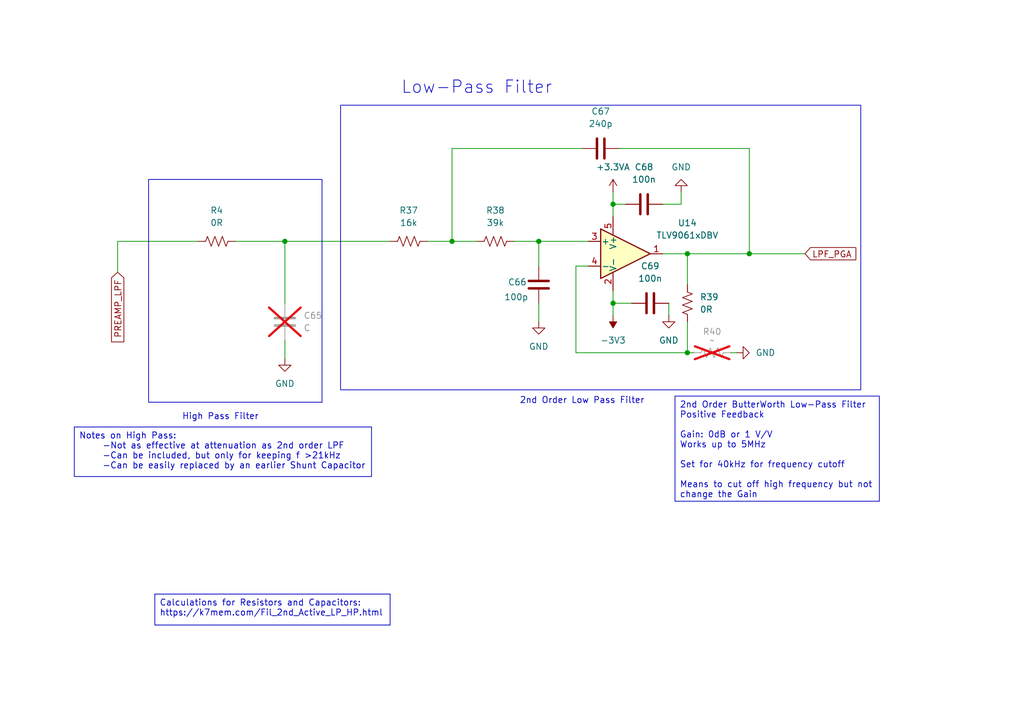
<source format=kicad_sch>
(kicad_sch
	(version 20231120)
	(generator "eeschema")
	(generator_version "8.0")
	(uuid "9332d32c-bcd8-431c-ab45-d9dfe3fb7359")
	(paper "A5")
	(title_block
		(title "Low-Pass Filter")
		(date "2025-01-17")
		(rev "1.3")
		(company "RM")
	)
	(lib_symbols
		(symbol "UAM_symbols:C"
			(pin_numbers hide)
			(pin_names
				(offset 0.254)
			)
			(exclude_from_sim no)
			(in_bom yes)
			(on_board yes)
			(property "Reference" "C"
				(at 0.635 2.54 0)
				(effects
					(font
						(size 1.27 1.27)
					)
					(justify left)
				)
			)
			(property "Value" "C"
				(at 0.635 -2.54 0)
				(effects
					(font
						(size 1.27 1.27)
					)
					(justify left)
				)
			)
			(property "Footprint" ""
				(at 0.9652 -3.81 0)
				(effects
					(font
						(size 1.27 1.27)
					)
					(hide yes)
				)
			)
			(property "Datasheet" "~"
				(at 0 0 0)
				(effects
					(font
						(size 1.27 1.27)
					)
					(hide yes)
				)
			)
			(property "Description" "Unpolarized capacitor"
				(at 0 0 0)
				(effects
					(font
						(size 1.27 1.27)
					)
					(hide yes)
				)
			)
			(property "ki_keywords" "cap capacitor"
				(at 0 0 0)
				(effects
					(font
						(size 1.27 1.27)
					)
					(hide yes)
				)
			)
			(property "ki_fp_filters" "C_*"
				(at 0 0 0)
				(effects
					(font
						(size 1.27 1.27)
					)
					(hide yes)
				)
			)
			(symbol "C_0_1"
				(polyline
					(pts
						(xy -2.032 -0.762) (xy 2.032 -0.762)
					)
					(stroke
						(width 0.508)
						(type default)
					)
					(fill
						(type none)
					)
				)
				(polyline
					(pts
						(xy -2.032 0.762) (xy 2.032 0.762)
					)
					(stroke
						(width 0.508)
						(type default)
					)
					(fill
						(type none)
					)
				)
			)
			(symbol "C_1_1"
				(pin passive line
					(at 0 3.81 270)
					(length 2.794)
					(name "~"
						(effects
							(font
								(size 1.27 1.27)
							)
						)
					)
					(number "1"
						(effects
							(font
								(size 1.27 1.27)
							)
						)
					)
				)
				(pin passive line
					(at 0 -3.81 90)
					(length 2.794)
					(name "~"
						(effects
							(font
								(size 1.27 1.27)
							)
						)
					)
					(number "2"
						(effects
							(font
								(size 1.27 1.27)
							)
						)
					)
				)
			)
		)
		(symbol "UAM_symbols:R_US"
			(pin_numbers hide)
			(pin_names
				(offset 0)
			)
			(exclude_from_sim no)
			(in_bom yes)
			(on_board yes)
			(property "Reference" "R"
				(at 2.54 0 90)
				(effects
					(font
						(size 1.27 1.27)
					)
				)
			)
			(property "Value" "R_US"
				(at -2.54 0 90)
				(effects
					(font
						(size 1.27 1.27)
					)
				)
			)
			(property "Footprint" ""
				(at 1.016 -0.254 90)
				(effects
					(font
						(size 1.27 1.27)
					)
					(hide yes)
				)
			)
			(property "Datasheet" "~"
				(at 0 0 0)
				(effects
					(font
						(size 1.27 1.27)
					)
					(hide yes)
				)
			)
			(property "Description" "Resistor, US symbol"
				(at 0 0 0)
				(effects
					(font
						(size 1.27 1.27)
					)
					(hide yes)
				)
			)
			(property "ki_keywords" "R res resistor"
				(at 0 0 0)
				(effects
					(font
						(size 1.27 1.27)
					)
					(hide yes)
				)
			)
			(property "ki_fp_filters" "R_*"
				(at 0 0 0)
				(effects
					(font
						(size 1.27 1.27)
					)
					(hide yes)
				)
			)
			(symbol "R_US_0_1"
				(polyline
					(pts
						(xy 0 -2.286) (xy 0 -2.54)
					)
					(stroke
						(width 0)
						(type default)
					)
					(fill
						(type none)
					)
				)
				(polyline
					(pts
						(xy 0 2.286) (xy 0 2.54)
					)
					(stroke
						(width 0)
						(type default)
					)
					(fill
						(type none)
					)
				)
				(polyline
					(pts
						(xy 0 -0.762) (xy 1.016 -1.143) (xy 0 -1.524) (xy -1.016 -1.905) (xy 0 -2.286)
					)
					(stroke
						(width 0)
						(type default)
					)
					(fill
						(type none)
					)
				)
				(polyline
					(pts
						(xy 0 0.762) (xy 1.016 0.381) (xy 0 0) (xy -1.016 -0.381) (xy 0 -0.762)
					)
					(stroke
						(width 0)
						(type default)
					)
					(fill
						(type none)
					)
				)
				(polyline
					(pts
						(xy 0 2.286) (xy 1.016 1.905) (xy 0 1.524) (xy -1.016 1.143) (xy 0 0.762)
					)
					(stroke
						(width 0)
						(type default)
					)
					(fill
						(type none)
					)
				)
			)
			(symbol "R_US_1_1"
				(pin passive line
					(at 0 3.81 270)
					(length 1.27)
					(name "~"
						(effects
							(font
								(size 1.27 1.27)
							)
						)
					)
					(number "1"
						(effects
							(font
								(size 1.27 1.27)
							)
						)
					)
				)
				(pin passive line
					(at 0 -3.81 90)
					(length 1.27)
					(name "~"
						(effects
							(font
								(size 1.27 1.27)
							)
						)
					)
					(number "2"
						(effects
							(font
								(size 1.27 1.27)
							)
						)
					)
				)
			)
		)
		(symbol "UAM_symbols:TLV9061xDBV"
			(pin_names
				(offset 0.127)
			)
			(exclude_from_sim no)
			(in_bom yes)
			(on_board yes)
			(property "Reference" "U"
				(at -1.27 6.35 0)
				(effects
					(font
						(size 1.27 1.27)
					)
					(justify left)
				)
			)
			(property "Value" "TLV9061xDBV"
				(at -1.27 3.81 0)
				(effects
					(font
						(size 1.27 1.27)
					)
					(justify left)
				)
			)
			(property "Footprint" "Package_TO_SOT_SMD:SOT-23-5"
				(at -15.24 -19.05 0)
				(effects
					(font
						(size 1.27 1.27)
					)
					(justify left)
					(hide yes)
				)
			)
			(property "Datasheet" "https://www.ti.com/lit/ds/symlink/tlv9061.pdf"
				(at 0 20.32 0)
				(effects
					(font
						(size 1.27 1.27)
					)
					(hide yes)
				)
			)
			(property "Description" "10-MHz, RRIO, CMOS Operational Amplifiers for Cost-Sensitive Systems, SOT-23-5"
				(at 0 0 0)
				(effects
					(font
						(size 1.27 1.27)
					)
					(hide yes)
				)
			)
			(property "ki_keywords" "single opamp rail to rail input output"
				(at 0 0 0)
				(effects
					(font
						(size 1.27 1.27)
					)
					(hide yes)
				)
			)
			(property "ki_fp_filters" "SOT?23*"
				(at 0 0 0)
				(effects
					(font
						(size 1.27 1.27)
					)
					(hide yes)
				)
			)
			(symbol "TLV9061xDBV_0_1"
				(polyline
					(pts
						(xy -5.08 5.08) (xy 5.08 0) (xy -5.08 -5.08) (xy -5.08 5.08)
					)
					(stroke
						(width 0.254)
						(type default)
					)
					(fill
						(type background)
					)
				)
				(pin power_in line
					(at -2.54 -7.62 90)
					(length 3.81)
					(name "V-"
						(effects
							(font
								(size 1.27 1.27)
							)
						)
					)
					(number "2"
						(effects
							(font
								(size 1.27 1.27)
							)
						)
					)
				)
				(pin power_in line
					(at -2.54 7.62 270)
					(length 3.81)
					(name "V+"
						(effects
							(font
								(size 1.27 1.27)
							)
						)
					)
					(number "5"
						(effects
							(font
								(size 1.27 1.27)
							)
						)
					)
				)
			)
			(symbol "TLV9061xDBV_1_1"
				(pin output line
					(at 7.62 0 180)
					(length 2.54)
					(name "~"
						(effects
							(font
								(size 1.27 1.27)
							)
						)
					)
					(number "1"
						(effects
							(font
								(size 1.27 1.27)
							)
						)
					)
				)
				(pin input line
					(at -7.62 2.54 0)
					(length 2.54)
					(name "+"
						(effects
							(font
								(size 1.27 1.27)
							)
						)
					)
					(number "3"
						(effects
							(font
								(size 1.27 1.27)
							)
						)
					)
				)
				(pin input line
					(at -7.62 -2.54 0)
					(length 2.54)
					(name "-"
						(effects
							(font
								(size 1.27 1.27)
							)
						)
					)
					(number "4"
						(effects
							(font
								(size 1.27 1.27)
							)
						)
					)
				)
			)
		)
		(symbol "power:+3.3VA"
			(power)
			(pin_numbers hide)
			(pin_names
				(offset 0) hide)
			(exclude_from_sim no)
			(in_bom yes)
			(on_board yes)
			(property "Reference" "#PWR"
				(at 0 -3.81 0)
				(effects
					(font
						(size 1.27 1.27)
					)
					(hide yes)
				)
			)
			(property "Value" "+3.3VA"
				(at 0 3.556 0)
				(effects
					(font
						(size 1.27 1.27)
					)
				)
			)
			(property "Footprint" ""
				(at 0 0 0)
				(effects
					(font
						(size 1.27 1.27)
					)
					(hide yes)
				)
			)
			(property "Datasheet" ""
				(at 0 0 0)
				(effects
					(font
						(size 1.27 1.27)
					)
					(hide yes)
				)
			)
			(property "Description" "Power symbol creates a global label with name \"+3.3VA\""
				(at 0 0 0)
				(effects
					(font
						(size 1.27 1.27)
					)
					(hide yes)
				)
			)
			(property "ki_keywords" "global power"
				(at 0 0 0)
				(effects
					(font
						(size 1.27 1.27)
					)
					(hide yes)
				)
			)
			(symbol "+3.3VA_0_1"
				(polyline
					(pts
						(xy -0.762 1.27) (xy 0 2.54)
					)
					(stroke
						(width 0)
						(type default)
					)
					(fill
						(type none)
					)
				)
				(polyline
					(pts
						(xy 0 0) (xy 0 2.54)
					)
					(stroke
						(width 0)
						(type default)
					)
					(fill
						(type none)
					)
				)
				(polyline
					(pts
						(xy 0 2.54) (xy 0.762 1.27)
					)
					(stroke
						(width 0)
						(type default)
					)
					(fill
						(type none)
					)
				)
			)
			(symbol "+3.3VA_1_1"
				(pin power_in line
					(at 0 0 90)
					(length 0)
					(name "~"
						(effects
							(font
								(size 1.27 1.27)
							)
						)
					)
					(number "1"
						(effects
							(font
								(size 1.27 1.27)
							)
						)
					)
				)
			)
		)
		(symbol "power:-3V3"
			(power)
			(pin_numbers hide)
			(pin_names
				(offset 0) hide)
			(exclude_from_sim no)
			(in_bom yes)
			(on_board yes)
			(property "Reference" "#PWR"
				(at 0 -3.81 0)
				(effects
					(font
						(size 1.27 1.27)
					)
					(hide yes)
				)
			)
			(property "Value" "-3V3"
				(at 0 3.556 0)
				(effects
					(font
						(size 1.27 1.27)
					)
				)
			)
			(property "Footprint" ""
				(at 0 0 0)
				(effects
					(font
						(size 1.27 1.27)
					)
					(hide yes)
				)
			)
			(property "Datasheet" ""
				(at 0 0 0)
				(effects
					(font
						(size 1.27 1.27)
					)
					(hide yes)
				)
			)
			(property "Description" "Power symbol creates a global label with name \"-3V3\""
				(at 0 0 0)
				(effects
					(font
						(size 1.27 1.27)
					)
					(hide yes)
				)
			)
			(property "ki_keywords" "global power"
				(at 0 0 0)
				(effects
					(font
						(size 1.27 1.27)
					)
					(hide yes)
				)
			)
			(symbol "-3V3_0_0"
				(pin power_in line
					(at 0 0 90)
					(length 0)
					(name "~"
						(effects
							(font
								(size 1.27 1.27)
							)
						)
					)
					(number "1"
						(effects
							(font
								(size 1.27 1.27)
							)
						)
					)
				)
			)
			(symbol "-3V3_0_1"
				(polyline
					(pts
						(xy 0 0) (xy 0 1.27) (xy 0.762 1.27) (xy 0 2.54) (xy -0.762 1.27) (xy 0 1.27)
					)
					(stroke
						(width 0)
						(type default)
					)
					(fill
						(type outline)
					)
				)
			)
		)
		(symbol "power:GND"
			(power)
			(pin_numbers hide)
			(pin_names
				(offset 0) hide)
			(exclude_from_sim no)
			(in_bom yes)
			(on_board yes)
			(property "Reference" "#PWR"
				(at 0 -6.35 0)
				(effects
					(font
						(size 1.27 1.27)
					)
					(hide yes)
				)
			)
			(property "Value" "GND"
				(at 0 -3.81 0)
				(effects
					(font
						(size 1.27 1.27)
					)
				)
			)
			(property "Footprint" ""
				(at 0 0 0)
				(effects
					(font
						(size 1.27 1.27)
					)
					(hide yes)
				)
			)
			(property "Datasheet" ""
				(at 0 0 0)
				(effects
					(font
						(size 1.27 1.27)
					)
					(hide yes)
				)
			)
			(property "Description" "Power symbol creates a global label with name \"GND\" , ground"
				(at 0 0 0)
				(effects
					(font
						(size 1.27 1.27)
					)
					(hide yes)
				)
			)
			(property "ki_keywords" "global power"
				(at 0 0 0)
				(effects
					(font
						(size 1.27 1.27)
					)
					(hide yes)
				)
			)
			(symbol "GND_0_1"
				(polyline
					(pts
						(xy 0 0) (xy 0 -1.27) (xy 1.27 -1.27) (xy 0 -2.54) (xy -1.27 -1.27) (xy 0 -1.27)
					)
					(stroke
						(width 0)
						(type default)
					)
					(fill
						(type none)
					)
				)
			)
			(symbol "GND_1_1"
				(pin power_in line
					(at 0 0 270)
					(length 0)
					(name "~"
						(effects
							(font
								(size 1.27 1.27)
							)
						)
					)
					(number "1"
						(effects
							(font
								(size 1.27 1.27)
							)
						)
					)
				)
			)
		)
	)
	(junction
		(at 153.67 52.07)
		(diameter 0)
		(color 0 0 0 0)
		(uuid "14673f19-ee43-41e7-a5d4-3fbbd1ee73bb")
	)
	(junction
		(at 125.73 41.91)
		(diameter 0)
		(color 0 0 0 0)
		(uuid "16abcc3f-74db-4358-ba90-ef61f2b7d227")
	)
	(junction
		(at 140.97 72.39)
		(diameter 0)
		(color 0 0 0 0)
		(uuid "2704114a-40f0-473c-9ace-ec5c9de0cc24")
	)
	(junction
		(at 92.71 49.53)
		(diameter 0)
		(color 0 0 0 0)
		(uuid "504138a9-153c-42a5-a613-94938aeaf580")
	)
	(junction
		(at 125.73 62.23)
		(diameter 0)
		(color 0 0 0 0)
		(uuid "54cb1ed2-6ffa-4b81-8695-4cc53e0b2907")
	)
	(junction
		(at 110.49 49.53)
		(diameter 0)
		(color 0 0 0 0)
		(uuid "b514add2-b6b8-4ac7-9466-b0a880506076")
	)
	(junction
		(at 58.42 49.53)
		(diameter 0)
		(color 0 0 0 0)
		(uuid "d3ab5488-5291-4ed6-99fa-f2f2a2698cb8")
	)
	(junction
		(at 140.97 52.07)
		(diameter 0)
		(color 0 0 0 0)
		(uuid "f3a2c048-ec0d-4c76-b031-ad745a4402a1")
	)
	(wire
		(pts
			(xy 153.67 30.48) (xy 153.67 52.07)
		)
		(stroke
			(width 0)
			(type default)
		)
		(uuid "0691f44e-4120-4c85-a0da-e788ddd9f749")
	)
	(wire
		(pts
			(xy 118.11 72.39) (xy 140.97 72.39)
		)
		(stroke
			(width 0)
			(type default)
		)
		(uuid "09d7cd5e-8979-44fb-8dc6-8c3fbbed12f5")
	)
	(wire
		(pts
			(xy 87.63 49.53) (xy 92.71 49.53)
		)
		(stroke
			(width 0)
			(type default)
		)
		(uuid "12e93bef-b5f6-4e60-9645-470b2958e0ab")
	)
	(wire
		(pts
			(xy 140.97 52.07) (xy 140.97 58.42)
		)
		(stroke
			(width 0)
			(type default)
		)
		(uuid "16d1a785-3d3a-4736-a9c1-e987551aa018")
	)
	(wire
		(pts
			(xy 139.7 41.91) (xy 139.7 39.37)
		)
		(stroke
			(width 0)
			(type default)
		)
		(uuid "1dd4faa4-f235-47fa-869c-fed9894b4891")
	)
	(wire
		(pts
			(xy 125.73 39.37) (xy 125.73 41.91)
		)
		(stroke
			(width 0)
			(type default)
		)
		(uuid "21d72a47-9cf5-462e-8e02-189d12ce5949")
	)
	(wire
		(pts
			(xy 110.49 49.53) (xy 120.65 49.53)
		)
		(stroke
			(width 0)
			(type default)
		)
		(uuid "2c7fba49-9b1e-4021-8c77-fa59b34eaad4")
	)
	(wire
		(pts
			(xy 120.65 54.61) (xy 118.11 54.61)
		)
		(stroke
			(width 0)
			(type default)
		)
		(uuid "34781ea0-691b-4b17-9f23-65535d401426")
	)
	(wire
		(pts
			(xy 48.26 49.53) (xy 58.42 49.53)
		)
		(stroke
			(width 0)
			(type default)
		)
		(uuid "35357053-0d47-459f-9b22-f2c0120833d1")
	)
	(wire
		(pts
			(xy 110.49 62.23) (xy 110.49 66.04)
		)
		(stroke
			(width 0)
			(type default)
		)
		(uuid "4fb937a2-ec4c-4238-b64e-fd6551f39f64")
	)
	(wire
		(pts
			(xy 58.42 49.53) (xy 58.42 62.23)
		)
		(stroke
			(width 0)
			(type default)
		)
		(uuid "52275198-56db-4dc7-a361-8e9b5c9147ef")
	)
	(wire
		(pts
			(xy 125.73 41.91) (xy 128.27 41.91)
		)
		(stroke
			(width 0)
			(type default)
		)
		(uuid "59fc573f-48cc-40b3-8ec6-8b27e3e03dd0")
	)
	(wire
		(pts
			(xy 24.13 49.53) (xy 40.64 49.53)
		)
		(stroke
			(width 0)
			(type default)
		)
		(uuid "5a02e3d9-8db7-4539-9920-72cc51fb267f")
	)
	(wire
		(pts
			(xy 119.38 30.48) (xy 92.71 30.48)
		)
		(stroke
			(width 0)
			(type default)
		)
		(uuid "68eb4ca6-7ea8-441e-906b-27fe638d77b7")
	)
	(wire
		(pts
			(xy 24.13 55.88) (xy 24.13 49.53)
		)
		(stroke
			(width 0)
			(type default)
		)
		(uuid "696718aa-770a-41bb-8984-1f9ce73f6f21")
	)
	(wire
		(pts
			(xy 140.97 52.07) (xy 153.67 52.07)
		)
		(stroke
			(width 0)
			(type default)
		)
		(uuid "6c6cb96b-3d18-4cd1-b5d1-5b265bdb4e36")
	)
	(wire
		(pts
			(xy 92.71 49.53) (xy 97.79 49.53)
		)
		(stroke
			(width 0)
			(type default)
		)
		(uuid "80e469e6-6a76-42b3-8f26-a19eba30eaa7")
	)
	(wire
		(pts
			(xy 125.73 62.23) (xy 125.73 59.69)
		)
		(stroke
			(width 0)
			(type default)
		)
		(uuid "8cff1b72-a159-497b-8d7f-114798ef6872")
	)
	(wire
		(pts
			(xy 140.97 66.04) (xy 140.97 72.39)
		)
		(stroke
			(width 0)
			(type default)
		)
		(uuid "91af60a4-d289-4c38-abeb-e90571f238d6")
	)
	(wire
		(pts
			(xy 153.67 52.07) (xy 165.1 52.07)
		)
		(stroke
			(width 0)
			(type default)
		)
		(uuid "92e6eabe-7f76-4c3b-b9dc-3168434a6bc8")
	)
	(wire
		(pts
			(xy 127 30.48) (xy 153.67 30.48)
		)
		(stroke
			(width 0)
			(type default)
		)
		(uuid "9372e063-7020-4b87-954e-35ad4a54dc14")
	)
	(wire
		(pts
			(xy 118.11 54.61) (xy 118.11 72.39)
		)
		(stroke
			(width 0)
			(type default)
		)
		(uuid "970ea054-91a1-4c16-9ea5-740fec48ba74")
	)
	(wire
		(pts
			(xy 135.89 41.91) (xy 139.7 41.91)
		)
		(stroke
			(width 0)
			(type default)
		)
		(uuid "a469917a-97ac-4122-9730-66c5b58e23d1")
	)
	(wire
		(pts
			(xy 58.42 69.85) (xy 58.42 73.66)
		)
		(stroke
			(width 0)
			(type default)
		)
		(uuid "a6866847-3401-4060-9919-ec576e6344e7")
	)
	(wire
		(pts
			(xy 151.13 72.39) (xy 149.86 72.39)
		)
		(stroke
			(width 0)
			(type default)
		)
		(uuid "bd50592a-e60f-48ed-a67f-e826e7b1481c")
	)
	(wire
		(pts
			(xy 58.42 49.53) (xy 80.01 49.53)
		)
		(stroke
			(width 0)
			(type default)
		)
		(uuid "c17ad7ec-7ff5-4408-97a4-f5883b0e3151")
	)
	(wire
		(pts
			(xy 137.16 62.23) (xy 137.16 64.77)
		)
		(stroke
			(width 0)
			(type default)
		)
		(uuid "c201c1b8-0948-4592-8066-53e468827816")
	)
	(wire
		(pts
			(xy 110.49 49.53) (xy 110.49 54.61)
		)
		(stroke
			(width 0)
			(type default)
		)
		(uuid "cc906953-ea6d-4ec4-9a4f-7ce5cec2feed")
	)
	(wire
		(pts
			(xy 142.24 72.39) (xy 140.97 72.39)
		)
		(stroke
			(width 0)
			(type default)
		)
		(uuid "d6892ae5-c343-427f-8da0-02f33505373f")
	)
	(wire
		(pts
			(xy 125.73 41.91) (xy 125.73 44.45)
		)
		(stroke
			(width 0)
			(type default)
		)
		(uuid "dad16524-bec4-41cc-8069-77d6d6418b57")
	)
	(wire
		(pts
			(xy 105.41 49.53) (xy 110.49 49.53)
		)
		(stroke
			(width 0)
			(type default)
		)
		(uuid "e12c277f-51b1-4224-aec0-42173d47eb46")
	)
	(wire
		(pts
			(xy 92.71 30.48) (xy 92.71 49.53)
		)
		(stroke
			(width 0)
			(type default)
		)
		(uuid "e301074f-bfb7-4d21-811d-8c2ae70ea7ca")
	)
	(wire
		(pts
			(xy 129.54 62.23) (xy 125.73 62.23)
		)
		(stroke
			(width 0)
			(type default)
		)
		(uuid "f9a95f5a-777e-434a-bc99-b045c06e66e0")
	)
	(wire
		(pts
			(xy 125.73 64.77) (xy 125.73 62.23)
		)
		(stroke
			(width 0)
			(type default)
		)
		(uuid "fbe4a7b6-8233-4dee-8734-8aa7cdec6f37")
	)
	(wire
		(pts
			(xy 135.89 52.07) (xy 140.97 52.07)
		)
		(stroke
			(width 0)
			(type default)
		)
		(uuid "fe33b517-2733-4b60-a6ff-938c5db040c7")
	)
	(rectangle
		(start 69.85 21.59)
		(end 176.53 80.01)
		(stroke
			(width 0)
			(type default)
		)
		(fill
			(type none)
		)
		(uuid ac8f87f6-feeb-4ffe-aa71-c93627ca4a48)
	)
	(rectangle
		(start 30.48 36.83)
		(end 66.04 82.55)
		(stroke
			(width 0)
			(type default)
		)
		(fill
			(type none)
		)
		(uuid fb291fc2-526e-45ed-819b-12f008fc9a26)
	)
	(text_box "Calculations for Resistors and Capacitors:\nhttps://k7mem.com/Fil_2nd_Active_LP_HP.html"
		(exclude_from_sim no)
		(at 31.75 121.92 0)
		(size 48.26 6.35)
		(stroke
			(width 0)
			(type default)
		)
		(fill
			(type none)
		)
		(effects
			(font
				(size 1.27 1.27)
			)
			(justify left top)
		)
		(uuid "014e2e89-f294-4974-a570-73c59ce710c4")
	)
	(text_box "Notes on High Pass:\n	-Not as effective at attenuation as 2nd order LPF\n	-Can be included, but only for keeping f >21kHz\n	-Can be easily replaced by an earlier Shunt Capacitor"
		(exclude_from_sim no)
		(at 15.24 87.63 0)
		(size 60.96 10.16)
		(stroke
			(width 0)
			(type default)
		)
		(fill
			(type none)
		)
		(effects
			(font
				(size 1.27 1.27)
				(thickness 0.1588)
			)
			(justify left top)
		)
		(uuid "219c3b7e-059e-46a6-b565-c9685d8ef3e0")
	)
	(text_box "2nd Order ButterWorth Low-Pass Filter\nPositive Feedback\n\nGain: 0dB or 1 V/V\nWorks up to 5MHz\n\nSet for 40kHz for frequency cutoff\n\nMeans to cut off high frequency but not change the Gain"
		(exclude_from_sim no)
		(at 138.43 81.28 0)
		(size 41.91 21.59)
		(stroke
			(width 0)
			(type default)
		)
		(fill
			(type none)
		)
		(effects
			(font
				(size 1.27 1.27)
			)
			(justify left top)
		)
		(uuid "5a53b374-74a7-4291-aed1-f9a7ee1f06f9")
	)
	(text "High Pass Filter"
		(exclude_from_sim no)
		(at 45.212 85.598 0)
		(effects
			(font
				(size 1.27 1.27)
			)
		)
		(uuid "466e5f3e-f68e-418f-9b87-56ca84319e1c")
	)
	(text "Low-Pass Filter"
		(exclude_from_sim no)
		(at 97.79 18.034 0)
		(effects
			(font
				(size 2.54 2.54)
			)
		)
		(uuid "a037bfea-ef18-43b1-a035-0195761e459f")
	)
	(text "2nd Order Low Pass Filter"
		(exclude_from_sim no)
		(at 119.38 82.296 0)
		(effects
			(font
				(size 1.27 1.27)
			)
		)
		(uuid "af3e3709-a3d3-4a22-98d5-9f831b62b534")
	)
	(global_label "LPF_PGA"
		(shape input)
		(at 165.1 52.07 0)
		(fields_autoplaced yes)
		(effects
			(font
				(size 1.27 1.27)
			)
			(justify left)
		)
		(uuid "7adcfc91-4176-4ba5-89e5-16a3eee188e0")
		(property "Intersheetrefs" "${INTERSHEET_REFS}"
			(at 176.0681 52.07 0)
			(effects
				(font
					(size 1.27 1.27)
				)
				(justify left)
				(hide yes)
			)
		)
	)
	(global_label "PREAMP_LPF"
		(shape input)
		(at 24.13 55.88 270)
		(fields_autoplaced yes)
		(effects
			(font
				(size 1.27 1.27)
			)
			(justify right)
		)
		(uuid "8b53db2c-216f-4a60-80c3-945dbf797baa")
		(property "Intersheetrefs" "${INTERSHEET_REFS}"
			(at 24.13 70.7185 90)
			(effects
				(font
					(size 1.27 1.27)
				)
				(justify right)
				(hide yes)
			)
		)
	)
	(symbol
		(lib_id "power:-3V3")
		(at 125.73 64.77 180)
		(unit 1)
		(exclude_from_sim no)
		(in_bom yes)
		(on_board yes)
		(dnp no)
		(fields_autoplaced yes)
		(uuid "0f31041b-48b7-448c-8dcc-e111358344e3")
		(property "Reference" "#PWR0106"
			(at 125.73 60.96 0)
			(effects
				(font
					(size 1.27 1.27)
				)
				(hide yes)
			)
		)
		(property "Value" "-3V3"
			(at 125.73 69.85 0)
			(effects
				(font
					(size 1.27 1.27)
				)
			)
		)
		(property "Footprint" ""
			(at 125.73 64.77 0)
			(effects
				(font
					(size 1.27 1.27)
				)
				(hide yes)
			)
		)
		(property "Datasheet" ""
			(at 125.73 64.77 0)
			(effects
				(font
					(size 1.27 1.27)
				)
				(hide yes)
			)
		)
		(property "Description" "Power symbol creates a global label with name \"-3V3\""
			(at 125.73 64.77 0)
			(effects
				(font
					(size 1.27 1.27)
				)
				(hide yes)
			)
		)
		(pin "1"
			(uuid "16ccf311-1388-492b-bdbb-81fcc547d417")
		)
		(instances
			(project "UAM"
				(path "/af15edda-fefd-41c1-b558-f4be36e6b138/cd85e6a3-0172-4e2e-8232-e591ec98a8df"
					(reference "#PWR0106")
					(unit 1)
				)
			)
		)
	)
	(symbol
		(lib_id "UAM_symbols:TLV9061xDBV")
		(at 128.27 52.07 0)
		(unit 1)
		(exclude_from_sim no)
		(in_bom yes)
		(on_board yes)
		(dnp no)
		(uuid "355e51f8-5600-43c4-ae07-fe4826c4974a")
		(property "Reference" "U14"
			(at 140.97 45.7514 0)
			(effects
				(font
					(size 1.27 1.27)
				)
			)
		)
		(property "Value" "TLV9061xDBV"
			(at 140.97 48.2914 0)
			(effects
				(font
					(size 1.27 1.27)
				)
			)
		)
		(property "Footprint" "Package_TO_SOT_SMD:SOT-23-5"
			(at 93.726 40.64 0)
			(effects
				(font
					(size 1.27 1.27)
				)
				(justify left)
				(hide yes)
			)
		)
		(property "Datasheet" "https://www.ti.com/lit/ds/symlink/tlv9061.pdf"
			(at 128.27 31.75 0)
			(effects
				(font
					(size 1.27 1.27)
				)
				(hide yes)
			)
		)
		(property "Description" "10-MHz, RRIO, CMOS Operational Amplifiers for Cost-Sensitive Systems, SOT-23-5"
			(at 128.27 52.07 0)
			(effects
				(font
					(size 1.27 1.27)
				)
				(hide yes)
			)
		)
		(property "Irms" ""
			(at 128.27 52.07 0)
			(effects
				(font
					(size 1.27 1.27)
				)
				(hide yes)
			)
		)
		(property "Tolerance" ""
			(at 128.27 52.07 0)
			(effects
				(font
					(size 1.27 1.27)
				)
				(hide yes)
			)
		)
		(property "Voltage" ""
			(at 128.27 52.07 0)
			(effects
				(font
					(size 1.27 1.27)
				)
				(hide yes)
			)
		)
		(pin "4"
			(uuid "5544623b-ee21-4ef2-b33a-2e6808d805e6")
		)
		(pin "2"
			(uuid "413aa585-6797-487a-a80b-1cbd00d24718")
		)
		(pin "5"
			(uuid "ac3d22ed-7ea0-4f0b-9e03-10b5fb4ae374")
		)
		(pin "1"
			(uuid "c2d85ee9-dab8-48ea-bdb6-305385068abd")
		)
		(pin "3"
			(uuid "0f9c1fe2-5401-4f6b-8a43-8866d5327dde")
		)
		(instances
			(project "UAM"
				(path "/af15edda-fefd-41c1-b558-f4be36e6b138/cd85e6a3-0172-4e2e-8232-e591ec98a8df"
					(reference "U14")
					(unit 1)
				)
			)
		)
	)
	(symbol
		(lib_id "UAM_symbols:R_US")
		(at 140.97 62.23 180)
		(unit 1)
		(exclude_from_sim no)
		(in_bom yes)
		(on_board yes)
		(dnp no)
		(fields_autoplaced yes)
		(uuid "3952648f-8521-43e2-89bc-0ea2dffc7885")
		(property "Reference" "R39"
			(at 143.51 60.9599 0)
			(effects
				(font
					(size 1.27 1.27)
				)
				(justify right)
			)
		)
		(property "Value" "0R"
			(at 143.51 63.4999 0)
			(effects
				(font
					(size 1.27 1.27)
				)
				(justify right)
			)
		)
		(property "Footprint" "Resistor_SMD:R_0603_1608Metric_Pad0.98x0.95mm_HandSolder"
			(at 139.954 61.976 90)
			(effects
				(font
					(size 1.27 1.27)
				)
				(hide yes)
			)
		)
		(property "Datasheet" "~"
			(at 140.97 62.23 0)
			(effects
				(font
					(size 1.27 1.27)
				)
				(hide yes)
			)
		)
		(property "Description" "Resistor, US symbol"
			(at 140.97 62.23 0)
			(effects
				(font
					(size 1.27 1.27)
				)
				(hide yes)
			)
		)
		(property "Irms" ""
			(at 140.97 62.23 0)
			(effects
				(font
					(size 1.27 1.27)
				)
				(hide yes)
			)
		)
		(property "Tolerance" ""
			(at 140.97 62.23 0)
			(effects
				(font
					(size 1.27 1.27)
				)
				(hide yes)
			)
		)
		(property "Voltage" ""
			(at 140.97 62.23 0)
			(effects
				(font
					(size 1.27 1.27)
				)
				(hide yes)
			)
		)
		(pin "1"
			(uuid "673c0bcc-ce93-4688-b354-be40ef4f43ad")
		)
		(pin "2"
			(uuid "c97a817d-86c2-4d38-96dc-0c0ed7906886")
		)
		(instances
			(project "UAM"
				(path "/af15edda-fefd-41c1-b558-f4be36e6b138/cd85e6a3-0172-4e2e-8232-e591ec98a8df"
					(reference "R39")
					(unit 1)
				)
			)
		)
	)
	(symbol
		(lib_id "UAM_symbols:C")
		(at 123.19 30.48 270)
		(unit 1)
		(exclude_from_sim no)
		(in_bom yes)
		(on_board yes)
		(dnp no)
		(fields_autoplaced yes)
		(uuid "3f2c93af-48c6-45b6-9508-499a759b911f")
		(property "Reference" "C67"
			(at 123.19 22.86 90)
			(effects
				(font
					(size 1.27 1.27)
				)
			)
		)
		(property "Value" "240p"
			(at 123.19 25.4 90)
			(effects
				(font
					(size 1.27 1.27)
				)
			)
		)
		(property "Footprint" "Capacitor_SMD:C_0603_1608Metric_Pad1.08x0.95mm_HandSolder"
			(at 119.38 31.4452 0)
			(effects
				(font
					(size 1.27 1.27)
				)
				(hide yes)
			)
		)
		(property "Datasheet" "~"
			(at 123.19 30.48 0)
			(effects
				(font
					(size 1.27 1.27)
				)
				(hide yes)
			)
		)
		(property "Description" "Unpolarized capacitor"
			(at 123.19 30.48 0)
			(effects
				(font
					(size 1.27 1.27)
				)
				(hide yes)
			)
		)
		(property "Irms" ""
			(at 123.19 30.48 0)
			(effects
				(font
					(size 1.27 1.27)
				)
				(hide yes)
			)
		)
		(property "Tolerance" ""
			(at 123.19 30.48 0)
			(effects
				(font
					(size 1.27 1.27)
				)
				(hide yes)
			)
		)
		(property "Voltage" ""
			(at 123.19 30.48 0)
			(effects
				(font
					(size 1.27 1.27)
				)
				(hide yes)
			)
		)
		(pin "2"
			(uuid "1eaa8dd1-8b77-4fb1-9283-ac51aacd8ba2")
		)
		(pin "1"
			(uuid "d1aac7a8-6888-478e-b0ed-bd221e5fb4cf")
		)
		(instances
			(project "UAM"
				(path "/af15edda-fefd-41c1-b558-f4be36e6b138/cd85e6a3-0172-4e2e-8232-e591ec98a8df"
					(reference "C67")
					(unit 1)
				)
			)
		)
	)
	(symbol
		(lib_id "power:GND")
		(at 137.16 64.77 0)
		(unit 1)
		(exclude_from_sim no)
		(in_bom yes)
		(on_board yes)
		(dnp no)
		(fields_autoplaced yes)
		(uuid "41ca99eb-071c-4ca2-8e1b-10b79b7579b7")
		(property "Reference" "#PWR0107"
			(at 137.16 71.12 0)
			(effects
				(font
					(size 1.27 1.27)
				)
				(hide yes)
			)
		)
		(property "Value" "GND"
			(at 137.16 69.85 0)
			(effects
				(font
					(size 1.27 1.27)
				)
			)
		)
		(property "Footprint" ""
			(at 137.16 64.77 0)
			(effects
				(font
					(size 1.27 1.27)
				)
				(hide yes)
			)
		)
		(property "Datasheet" ""
			(at 137.16 64.77 0)
			(effects
				(font
					(size 1.27 1.27)
				)
				(hide yes)
			)
		)
		(property "Description" "Power symbol creates a global label with name \"GND\" , ground"
			(at 137.16 64.77 0)
			(effects
				(font
					(size 1.27 1.27)
				)
				(hide yes)
			)
		)
		(pin "1"
			(uuid "5a654bb4-3f7a-443d-8553-6021d609a2c2")
		)
		(instances
			(project "UAM"
				(path "/af15edda-fefd-41c1-b558-f4be36e6b138/cd85e6a3-0172-4e2e-8232-e591ec98a8df"
					(reference "#PWR0107")
					(unit 1)
				)
			)
		)
	)
	(symbol
		(lib_id "UAM_symbols:C")
		(at 110.49 58.42 180)
		(unit 1)
		(exclude_from_sim no)
		(in_bom yes)
		(on_board yes)
		(dnp no)
		(uuid "45929ac7-3f83-42c7-accd-000560826624")
		(property "Reference" "C66"
			(at 104.14 57.912 0)
			(effects
				(font
					(size 1.27 1.27)
				)
				(justify right)
			)
		)
		(property "Value" "100p"
			(at 103.378 60.96 0)
			(effects
				(font
					(size 1.27 1.27)
				)
				(justify right)
			)
		)
		(property "Footprint" "Capacitor_SMD:C_0603_1608Metric_Pad1.08x0.95mm_HandSolder"
			(at 109.5248 54.61 0)
			(effects
				(font
					(size 1.27 1.27)
				)
				(hide yes)
			)
		)
		(property "Datasheet" "~"
			(at 110.49 58.42 0)
			(effects
				(font
					(size 1.27 1.27)
				)
				(hide yes)
			)
		)
		(property "Description" "Unpolarized capacitor"
			(at 110.49 58.42 0)
			(effects
				(font
					(size 1.27 1.27)
				)
				(hide yes)
			)
		)
		(property "Irms" ""
			(at 110.49 58.42 0)
			(effects
				(font
					(size 1.27 1.27)
				)
				(hide yes)
			)
		)
		(property "Tolerance" ""
			(at 110.49 58.42 0)
			(effects
				(font
					(size 1.27 1.27)
				)
				(hide yes)
			)
		)
		(property "Voltage" ""
			(at 110.49 58.42 0)
			(effects
				(font
					(size 1.27 1.27)
				)
				(hide yes)
			)
		)
		(pin "2"
			(uuid "8239900e-efce-43e1-9804-ed04490e3b2c")
		)
		(pin "1"
			(uuid "f390beb5-2650-4d2b-ace1-a52762d3591f")
		)
		(instances
			(project "UAM"
				(path "/af15edda-fefd-41c1-b558-f4be36e6b138/cd85e6a3-0172-4e2e-8232-e591ec98a8df"
					(reference "C66")
					(unit 1)
				)
			)
		)
	)
	(symbol
		(lib_id "UAM_symbols:R_US")
		(at 83.82 49.53 270)
		(unit 1)
		(exclude_from_sim no)
		(in_bom yes)
		(on_board yes)
		(dnp no)
		(fields_autoplaced yes)
		(uuid "4ede756f-f3bb-4127-87cd-1319bbadf876")
		(property "Reference" "R37"
			(at 83.82 43.18 90)
			(effects
				(font
					(size 1.27 1.27)
				)
			)
		)
		(property "Value" "16k"
			(at 83.82 45.72 90)
			(effects
				(font
					(size 1.27 1.27)
				)
			)
		)
		(property "Footprint" "Resistor_SMD:R_0603_1608Metric_Pad0.98x0.95mm_HandSolder"
			(at 83.566 50.546 90)
			(effects
				(font
					(size 1.27 1.27)
				)
				(hide yes)
			)
		)
		(property "Datasheet" "~"
			(at 83.82 49.53 0)
			(effects
				(font
					(size 1.27 1.27)
				)
				(hide yes)
			)
		)
		(property "Description" "Resistor, US symbol"
			(at 83.82 49.53 0)
			(effects
				(font
					(size 1.27 1.27)
				)
				(hide yes)
			)
		)
		(property "Irms" ""
			(at 83.82 49.53 0)
			(effects
				(font
					(size 1.27 1.27)
				)
				(hide yes)
			)
		)
		(property "Tolerance" ""
			(at 83.82 49.53 0)
			(effects
				(font
					(size 1.27 1.27)
				)
				(hide yes)
			)
		)
		(property "Voltage" ""
			(at 83.82 49.53 0)
			(effects
				(font
					(size 1.27 1.27)
				)
				(hide yes)
			)
		)
		(pin "1"
			(uuid "e5c5d58b-a5eb-4d83-a56a-212a0c8e821f")
		)
		(pin "2"
			(uuid "becce9ac-fd21-4136-a5ee-9eb843f8d28d")
		)
		(instances
			(project "UAM"
				(path "/af15edda-fefd-41c1-b558-f4be36e6b138/cd85e6a3-0172-4e2e-8232-e591ec98a8df"
					(reference "R37")
					(unit 1)
				)
			)
		)
	)
	(symbol
		(lib_id "power:GND")
		(at 139.7 39.37 180)
		(unit 1)
		(exclude_from_sim no)
		(in_bom yes)
		(on_board yes)
		(dnp no)
		(fields_autoplaced yes)
		(uuid "5389a162-8e91-4c7a-9f5f-e2e7d34709ae")
		(property "Reference" "#PWR0108"
			(at 139.7 33.02 0)
			(effects
				(font
					(size 1.27 1.27)
				)
				(hide yes)
			)
		)
		(property "Value" "GND"
			(at 139.7 34.29 0)
			(effects
				(font
					(size 1.27 1.27)
				)
			)
		)
		(property "Footprint" ""
			(at 139.7 39.37 0)
			(effects
				(font
					(size 1.27 1.27)
				)
				(hide yes)
			)
		)
		(property "Datasheet" ""
			(at 139.7 39.37 0)
			(effects
				(font
					(size 1.27 1.27)
				)
				(hide yes)
			)
		)
		(property "Description" "Power symbol creates a global label with name \"GND\" , ground"
			(at 139.7 39.37 0)
			(effects
				(font
					(size 1.27 1.27)
				)
				(hide yes)
			)
		)
		(pin "1"
			(uuid "ed1d7897-1ad7-41f6-acb0-f0ee1ba53c48")
		)
		(instances
			(project "UAM"
				(path "/af15edda-fefd-41c1-b558-f4be36e6b138/cd85e6a3-0172-4e2e-8232-e591ec98a8df"
					(reference "#PWR0108")
					(unit 1)
				)
			)
		)
	)
	(symbol
		(lib_id "UAM_symbols:C")
		(at 133.35 62.23 90)
		(unit 1)
		(exclude_from_sim no)
		(in_bom yes)
		(on_board yes)
		(dnp no)
		(fields_autoplaced yes)
		(uuid "5dba87fa-6887-4211-aa86-5bd8613e3792")
		(property "Reference" "C69"
			(at 133.35 54.61 90)
			(effects
				(font
					(size 1.27 1.27)
				)
			)
		)
		(property "Value" "100n"
			(at 133.35 57.15 90)
			(effects
				(font
					(size 1.27 1.27)
				)
			)
		)
		(property "Footprint" "Capacitor_SMD:C_0603_1608Metric_Pad1.08x0.95mm_HandSolder"
			(at 137.16 61.2648 0)
			(effects
				(font
					(size 1.27 1.27)
				)
				(hide yes)
			)
		)
		(property "Datasheet" "~"
			(at 133.35 62.23 0)
			(effects
				(font
					(size 1.27 1.27)
				)
				(hide yes)
			)
		)
		(property "Description" "Unpolarized capacitor"
			(at 133.35 62.23 0)
			(effects
				(font
					(size 1.27 1.27)
				)
				(hide yes)
			)
		)
		(property "Irms" ""
			(at 133.35 62.23 0)
			(effects
				(font
					(size 1.27 1.27)
				)
				(hide yes)
			)
		)
		(property "Tolerance" ""
			(at 133.35 62.23 0)
			(effects
				(font
					(size 1.27 1.27)
				)
				(hide yes)
			)
		)
		(property "Voltage" ""
			(at 133.35 62.23 0)
			(effects
				(font
					(size 1.27 1.27)
				)
				(hide yes)
			)
		)
		(pin "2"
			(uuid "c2073ae1-1fef-4c41-9e79-bda543e2de4f")
		)
		(pin "1"
			(uuid "5e7d2e55-ae5c-4659-96bc-55d604ad3f1d")
		)
		(instances
			(project "UAM"
				(path "/af15edda-fefd-41c1-b558-f4be36e6b138/cd85e6a3-0172-4e2e-8232-e591ec98a8df"
					(reference "C69")
					(unit 1)
				)
			)
		)
	)
	(symbol
		(lib_id "UAM_symbols:C")
		(at 132.08 41.91 90)
		(unit 1)
		(exclude_from_sim no)
		(in_bom yes)
		(on_board yes)
		(dnp no)
		(fields_autoplaced yes)
		(uuid "83dc11de-9b44-4f0c-95a1-82c4b6caa634")
		(property "Reference" "C68"
			(at 132.08 34.29 90)
			(effects
				(font
					(size 1.27 1.27)
				)
			)
		)
		(property "Value" "100n"
			(at 132.08 36.83 90)
			(effects
				(font
					(size 1.27 1.27)
				)
			)
		)
		(property "Footprint" "Capacitor_SMD:C_0603_1608Metric_Pad1.08x0.95mm_HandSolder"
			(at 135.89 40.9448 0)
			(effects
				(font
					(size 1.27 1.27)
				)
				(hide yes)
			)
		)
		(property "Datasheet" "~"
			(at 132.08 41.91 0)
			(effects
				(font
					(size 1.27 1.27)
				)
				(hide yes)
			)
		)
		(property "Description" "Unpolarized capacitor"
			(at 132.08 41.91 0)
			(effects
				(font
					(size 1.27 1.27)
				)
				(hide yes)
			)
		)
		(property "Irms" ""
			(at 132.08 41.91 0)
			(effects
				(font
					(size 1.27 1.27)
				)
				(hide yes)
			)
		)
		(property "Tolerance" ""
			(at 132.08 41.91 0)
			(effects
				(font
					(size 1.27 1.27)
				)
				(hide yes)
			)
		)
		(property "Voltage" ""
			(at 132.08 41.91 0)
			(effects
				(font
					(size 1.27 1.27)
				)
				(hide yes)
			)
		)
		(pin "2"
			(uuid "ba4d65a4-58d9-4484-b1c4-d3b17f5e2fc3")
		)
		(pin "1"
			(uuid "ef3840b0-eca0-42ef-9261-e1d1c05d0694")
		)
		(instances
			(project "UAM"
				(path "/af15edda-fefd-41c1-b558-f4be36e6b138/cd85e6a3-0172-4e2e-8232-e591ec98a8df"
					(reference "C68")
					(unit 1)
				)
			)
		)
	)
	(symbol
		(lib_id "UAM_symbols:R_US")
		(at 101.6 49.53 90)
		(unit 1)
		(exclude_from_sim no)
		(in_bom yes)
		(on_board yes)
		(dnp no)
		(fields_autoplaced yes)
		(uuid "a8251a73-1210-406e-b5c8-9576963ffda0")
		(property "Reference" "R38"
			(at 101.6 43.18 90)
			(effects
				(font
					(size 1.27 1.27)
				)
			)
		)
		(property "Value" "39k"
			(at 101.6 45.72 90)
			(effects
				(font
					(size 1.27 1.27)
				)
			)
		)
		(property "Footprint" "Resistor_SMD:R_0603_1608Metric_Pad0.98x0.95mm_HandSolder"
			(at 101.854 48.514 90)
			(effects
				(font
					(size 1.27 1.27)
				)
				(hide yes)
			)
		)
		(property "Datasheet" "~"
			(at 101.6 49.53 0)
			(effects
				(font
					(size 1.27 1.27)
				)
				(hide yes)
			)
		)
		(property "Description" "Resistor, US symbol"
			(at 101.6 49.53 0)
			(effects
				(font
					(size 1.27 1.27)
				)
				(hide yes)
			)
		)
		(property "Irms" ""
			(at 101.6 49.53 0)
			(effects
				(font
					(size 1.27 1.27)
				)
				(hide yes)
			)
		)
		(property "Tolerance" ""
			(at 101.6 49.53 0)
			(effects
				(font
					(size 1.27 1.27)
				)
				(hide yes)
			)
		)
		(property "Voltage" ""
			(at 101.6 49.53 0)
			(effects
				(font
					(size 1.27 1.27)
				)
				(hide yes)
			)
		)
		(pin "1"
			(uuid "873c715e-6f7e-405b-91d9-984c4fe6ce5f")
		)
		(pin "2"
			(uuid "4a4cbb63-62e1-4a27-a17c-247a535e22b1")
		)
		(instances
			(project "UAM"
				(path "/af15edda-fefd-41c1-b558-f4be36e6b138/cd85e6a3-0172-4e2e-8232-e591ec98a8df"
					(reference "R38")
					(unit 1)
				)
			)
		)
	)
	(symbol
		(lib_id "power:GND")
		(at 110.49 66.04 0)
		(unit 1)
		(exclude_from_sim no)
		(in_bom yes)
		(on_board yes)
		(dnp no)
		(fields_autoplaced yes)
		(uuid "adfa70e5-b8ab-45da-b1ee-fab5579db02a")
		(property "Reference" "#PWR0104"
			(at 110.49 72.39 0)
			(effects
				(font
					(size 1.27 1.27)
				)
				(hide yes)
			)
		)
		(property "Value" "GND"
			(at 110.49 71.12 0)
			(effects
				(font
					(size 1.27 1.27)
				)
			)
		)
		(property "Footprint" ""
			(at 110.49 66.04 0)
			(effects
				(font
					(size 1.27 1.27)
				)
				(hide yes)
			)
		)
		(property "Datasheet" ""
			(at 110.49 66.04 0)
			(effects
				(font
					(size 1.27 1.27)
				)
				(hide yes)
			)
		)
		(property "Description" "Power symbol creates a global label with name \"GND\" , ground"
			(at 110.49 66.04 0)
			(effects
				(font
					(size 1.27 1.27)
				)
				(hide yes)
			)
		)
		(pin "1"
			(uuid "ba58e811-c592-4c89-8317-a8e0bf7671b9")
		)
		(instances
			(project "UAM"
				(path "/af15edda-fefd-41c1-b558-f4be36e6b138/cd85e6a3-0172-4e2e-8232-e591ec98a8df"
					(reference "#PWR0104")
					(unit 1)
				)
			)
		)
	)
	(symbol
		(lib_id "power:+3.3VA")
		(at 125.73 39.37 0)
		(unit 1)
		(exclude_from_sim no)
		(in_bom yes)
		(on_board yes)
		(dnp no)
		(fields_autoplaced yes)
		(uuid "bf01eaec-f79d-4e71-92f6-fd88b6f909ce")
		(property "Reference" "#PWR0105"
			(at 125.73 43.18 0)
			(effects
				(font
					(size 1.27 1.27)
				)
				(hide yes)
			)
		)
		(property "Value" "+3.3VA"
			(at 125.73 34.29 0)
			(effects
				(font
					(size 1.27 1.27)
				)
			)
		)
		(property "Footprint" ""
			(at 125.73 39.37 0)
			(effects
				(font
					(size 1.27 1.27)
				)
				(hide yes)
			)
		)
		(property "Datasheet" ""
			(at 125.73 39.37 0)
			(effects
				(font
					(size 1.27 1.27)
				)
				(hide yes)
			)
		)
		(property "Description" "Power symbol creates a global label with name \"+3.3VA\""
			(at 125.73 39.37 0)
			(effects
				(font
					(size 1.27 1.27)
				)
				(hide yes)
			)
		)
		(pin "1"
			(uuid "97b7e807-663e-414b-8b7c-21a7ec447d08")
		)
		(instances
			(project ""
				(path "/af15edda-fefd-41c1-b558-f4be36e6b138/cd85e6a3-0172-4e2e-8232-e591ec98a8df"
					(reference "#PWR0105")
					(unit 1)
				)
			)
		)
	)
	(symbol
		(lib_id "UAM_symbols:R_US")
		(at 44.45 49.53 90)
		(unit 1)
		(exclude_from_sim no)
		(in_bom yes)
		(on_board yes)
		(dnp no)
		(fields_autoplaced yes)
		(uuid "cdcb9220-47e3-4135-8bca-1e4c567c8e87")
		(property "Reference" "R4"
			(at 44.45 43.18 90)
			(effects
				(font
					(size 1.27 1.27)
				)
			)
		)
		(property "Value" "0R"
			(at 44.45 45.72 90)
			(effects
				(font
					(size 1.27 1.27)
				)
			)
		)
		(property "Footprint" "Resistor_SMD:R_0603_1608Metric_Pad0.98x0.95mm_HandSolder"
			(at 44.704 48.514 90)
			(effects
				(font
					(size 1.27 1.27)
				)
				(hide yes)
			)
		)
		(property "Datasheet" "~"
			(at 44.45 49.53 0)
			(effects
				(font
					(size 1.27 1.27)
				)
				(hide yes)
			)
		)
		(property "Description" "Resistor, US symbol"
			(at 44.45 49.53 0)
			(effects
				(font
					(size 1.27 1.27)
				)
				(hide yes)
			)
		)
		(property "Irms" ""
			(at 44.45 49.53 0)
			(effects
				(font
					(size 1.27 1.27)
				)
				(hide yes)
			)
		)
		(property "Tolerance" ""
			(at 44.45 49.53 0)
			(effects
				(font
					(size 1.27 1.27)
				)
				(hide yes)
			)
		)
		(property "Voltage" ""
			(at 44.45 49.53 0)
			(effects
				(font
					(size 1.27 1.27)
				)
				(hide yes)
			)
		)
		(pin "2"
			(uuid "46d85406-a4ac-41bd-a77e-835260ebc779")
		)
		(pin "1"
			(uuid "6a8f6a69-1b26-458b-9e69-6d02af456d87")
		)
		(instances
			(project "UAM"
				(path "/af15edda-fefd-41c1-b558-f4be36e6b138/cd85e6a3-0172-4e2e-8232-e591ec98a8df"
					(reference "R4")
					(unit 1)
				)
			)
		)
	)
	(symbol
		(lib_id "power:GND")
		(at 58.42 73.66 0)
		(unit 1)
		(exclude_from_sim no)
		(in_bom yes)
		(on_board yes)
		(dnp no)
		(fields_autoplaced yes)
		(uuid "da9f7ff7-a166-4eec-ad9e-a022dd72ec09")
		(property "Reference" "#PWR0103"
			(at 58.42 80.01 0)
			(effects
				(font
					(size 1.27 1.27)
				)
				(hide yes)
			)
		)
		(property "Value" "GND"
			(at 58.42 78.74 0)
			(effects
				(font
					(size 1.27 1.27)
				)
			)
		)
		(property "Footprint" ""
			(at 58.42 73.66 0)
			(effects
				(font
					(size 1.27 1.27)
				)
				(hide yes)
			)
		)
		(property "Datasheet" ""
			(at 58.42 73.66 0)
			(effects
				(font
					(size 1.27 1.27)
				)
				(hide yes)
			)
		)
		(property "Description" "Power symbol creates a global label with name \"GND\" , ground"
			(at 58.42 73.66 0)
			(effects
				(font
					(size 1.27 1.27)
				)
				(hide yes)
			)
		)
		(pin "1"
			(uuid "3ef30323-f565-4be4-bf29-d1e9aca8512b")
		)
		(instances
			(project "UAM"
				(path "/af15edda-fefd-41c1-b558-f4be36e6b138/cd85e6a3-0172-4e2e-8232-e591ec98a8df"
					(reference "#PWR0103")
					(unit 1)
				)
			)
		)
	)
	(symbol
		(lib_id "UAM_symbols:C")
		(at 58.42 66.04 0)
		(unit 1)
		(exclude_from_sim no)
		(in_bom no)
		(on_board yes)
		(dnp yes)
		(fields_autoplaced yes)
		(uuid "e2f49052-a191-48de-8f3c-f97f4bde1520")
		(property "Reference" "C65"
			(at 62.23 64.7699 0)
			(effects
				(font
					(size 1.27 1.27)
				)
				(justify left)
			)
		)
		(property "Value" "C"
			(at 62.23 67.3099 0)
			(effects
				(font
					(size 1.27 1.27)
				)
				(justify left)
			)
		)
		(property "Footprint" "Capacitor_SMD:C_0603_1608Metric_Pad1.08x0.95mm_HandSolder"
			(at 59.3852 69.85 0)
			(effects
				(font
					(size 1.27 1.27)
				)
				(hide yes)
			)
		)
		(property "Datasheet" "~"
			(at 58.42 66.04 0)
			(effects
				(font
					(size 1.27 1.27)
				)
				(hide yes)
			)
		)
		(property "Description" "Unpolarized capacitor"
			(at 58.42 66.04 0)
			(effects
				(font
					(size 1.27 1.27)
				)
				(hide yes)
			)
		)
		(property "Irms" ""
			(at 58.42 66.04 0)
			(effects
				(font
					(size 1.27 1.27)
				)
				(hide yes)
			)
		)
		(property "Tolerance" ""
			(at 58.42 66.04 0)
			(effects
				(font
					(size 1.27 1.27)
				)
				(hide yes)
			)
		)
		(property "Voltage" ""
			(at 58.42 66.04 0)
			(effects
				(font
					(size 1.27 1.27)
				)
				(hide yes)
			)
		)
		(pin "1"
			(uuid "c321ae8d-5c53-4d65-a282-ff5ce2bf4043")
		)
		(pin "2"
			(uuid "51fbdb15-3df0-480e-bc0c-4f655e2928c0")
		)
		(instances
			(project "UAM"
				(path "/af15edda-fefd-41c1-b558-f4be36e6b138/cd85e6a3-0172-4e2e-8232-e591ec98a8df"
					(reference "C65")
					(unit 1)
				)
			)
		)
	)
	(symbol
		(lib_id "UAM_symbols:R_US")
		(at 146.05 72.39 90)
		(unit 1)
		(exclude_from_sim no)
		(in_bom yes)
		(on_board yes)
		(dnp yes)
		(uuid "f410ca76-3d03-4253-bf91-8520e53851c2")
		(property "Reference" "R40"
			(at 146.05 68.072 90)
			(effects
				(font
					(size 1.27 1.27)
				)
			)
		)
		(property "Value" "~"
			(at 146.05 69.85 90)
			(effects
				(font
					(size 1.27 1.27)
				)
			)
		)
		(property "Footprint" "Resistor_SMD:R_0603_1608Metric_Pad0.98x0.95mm_HandSolder"
			(at 146.304 71.374 90)
			(effects
				(font
					(size 1.27 1.27)
				)
				(hide yes)
			)
		)
		(property "Datasheet" "~"
			(at 146.05 72.39 0)
			(effects
				(font
					(size 1.27 1.27)
				)
				(hide yes)
			)
		)
		(property "Description" "Resistor, US symbol"
			(at 146.05 72.39 0)
			(effects
				(font
					(size 1.27 1.27)
				)
				(hide yes)
			)
		)
		(property "Irms" ""
			(at 146.05 72.39 0)
			(effects
				(font
					(size 1.27 1.27)
				)
				(hide yes)
			)
		)
		(property "Tolerance" ""
			(at 146.05 72.39 0)
			(effects
				(font
					(size 1.27 1.27)
				)
				(hide yes)
			)
		)
		(property "Voltage" ""
			(at 146.05 72.39 0)
			(effects
				(font
					(size 1.27 1.27)
				)
				(hide yes)
			)
		)
		(pin "1"
			(uuid "5404f6c1-6a88-40a6-bfc5-d846e9b02c51")
		)
		(pin "2"
			(uuid "73acbcbc-9122-41b4-8a3a-4ddb7f725b49")
		)
		(instances
			(project "UAM"
				(path "/af15edda-fefd-41c1-b558-f4be36e6b138/cd85e6a3-0172-4e2e-8232-e591ec98a8df"
					(reference "R40")
					(unit 1)
				)
			)
		)
	)
	(symbol
		(lib_id "power:GND")
		(at 151.13 72.39 90)
		(unit 1)
		(exclude_from_sim no)
		(in_bom yes)
		(on_board yes)
		(dnp no)
		(fields_autoplaced yes)
		(uuid "fcb39e20-7aa3-4784-8c13-5d663fb01593")
		(property "Reference" "#PWR0109"
			(at 157.48 72.39 0)
			(effects
				(font
					(size 1.27 1.27)
				)
				(hide yes)
			)
		)
		(property "Value" "GND"
			(at 154.94 72.3899 90)
			(effects
				(font
					(size 1.27 1.27)
				)
				(justify right)
			)
		)
		(property "Footprint" ""
			(at 151.13 72.39 0)
			(effects
				(font
					(size 1.27 1.27)
				)
				(hide yes)
			)
		)
		(property "Datasheet" ""
			(at 151.13 72.39 0)
			(effects
				(font
					(size 1.27 1.27)
				)
				(hide yes)
			)
		)
		(property "Description" "Power symbol creates a global label with name \"GND\" , ground"
			(at 151.13 72.39 0)
			(effects
				(font
					(size 1.27 1.27)
				)
				(hide yes)
			)
		)
		(pin "1"
			(uuid "3301adbe-939c-4519-8fcc-338e979a55a0")
		)
		(instances
			(project "UAM"
				(path "/af15edda-fefd-41c1-b558-f4be36e6b138/cd85e6a3-0172-4e2e-8232-e591ec98a8df"
					(reference "#PWR0109")
					(unit 1)
				)
			)
		)
	)
)

</source>
